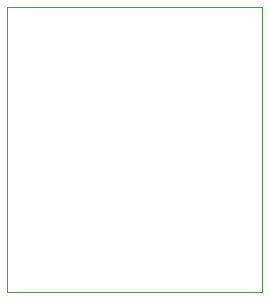
<source format=gm1>
G04 #@! TF.GenerationSoftware,KiCad,Pcbnew,(5.99.0-1129-g103b0c18d)*
G04 #@! TF.CreationDate,2020-03-21T11:47:11+02:00*
G04 #@! TF.ProjectId,superduro,73757065-7264-4757-926f-2e6b69636164,rev?*
G04 #@! TF.SameCoordinates,Original*
G04 #@! TF.FileFunction,Profile,NP*
%FSLAX46Y46*%
G04 Gerber Fmt 4.6, Leading zero omitted, Abs format (unit mm)*
G04 Created by KiCad (PCBNEW (5.99.0-1129-g103b0c18d)) date 2020-03-21 11:47:11*
%MOMM*%
%LPD*%
G01*
G04 APERTURE LIST*
G04 #@! TA.AperFunction,Profile*
%ADD10C,0.100000*%
G04 #@! TD*
G04 APERTURE END LIST*
D10*
X83185000Y-74930000D02*
X61595000Y-74930000D01*
X61595000Y-74930000D02*
X61595000Y-50800000D01*
X61595000Y-50800000D02*
X83185000Y-50800000D01*
X83185000Y-50800000D02*
X83185000Y-74930000D01*
M02*

</source>
